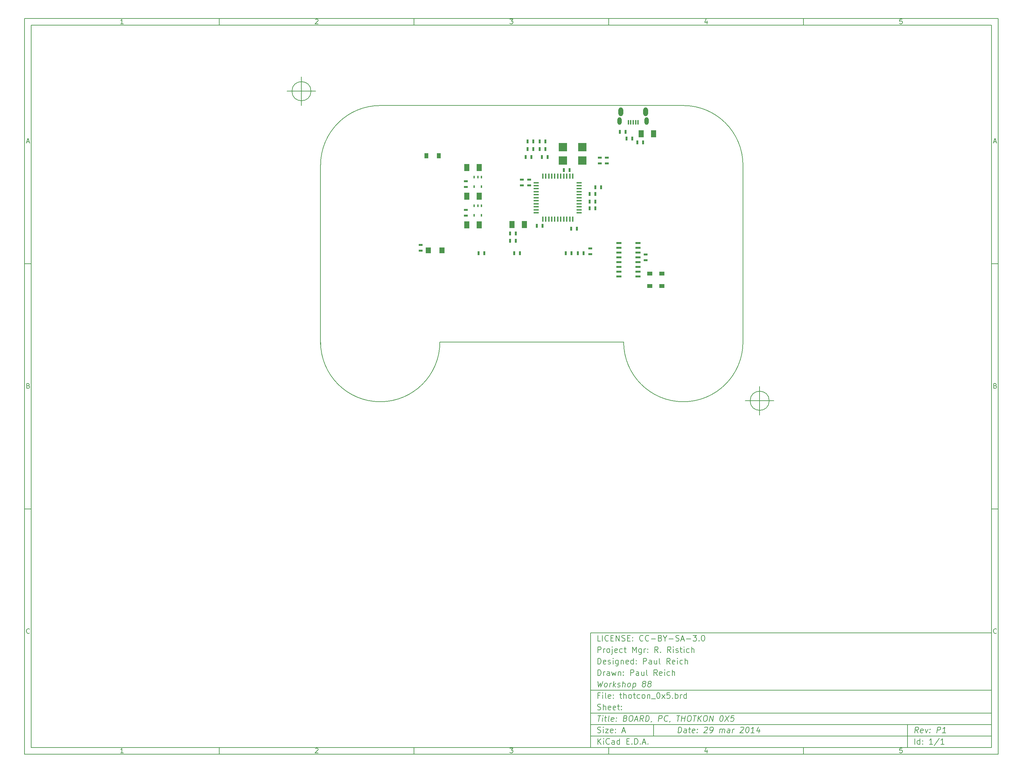
<source format=gtp>
G04 (created by PCBNEW (2013-dec-23)-stable) date Sat 29 Mar 2014 16:15:46 CDT*
%MOIN*%
G04 Gerber Fmt 3.4, Leading zero omitted, Abs format*
%FSLAX34Y34*%
G01*
G70*
G90*
G04 APERTURE LIST*
%ADD10C,0.00590551*%
%ADD11C,0.006*%
%ADD12R,0.0531496X0.0637795*%
%ADD13R,0.0141732X0.0478346*%
%ADD14O,0.0506693X0.0928346*%
%ADD15O,0.0446457X0.0800787*%
%ADD16R,0.0225X0.0405*%
%ADD17R,0.0405X0.0225*%
%ADD18R,0.0144X0.054*%
%ADD19R,0.054X0.0144*%
%ADD20R,0.018X0.027*%
%ADD21R,0.054X0.072*%
%ADD22R,0.0442913X0.0531496*%
%ADD23R,0.0531496X0.0442913*%
%ADD24R,0.0855X0.0855*%
%ADD25R,0.0531496X0.0212598*%
G04 APERTURE END LIST*
G54D10*
X-36650Y31000D02*
X65350Y31000D01*
X65350Y-46000D01*
X-36650Y-46000D01*
X-36650Y31000D01*
X-35950Y30300D02*
X64650Y30300D01*
X64650Y-45300D01*
X-35950Y-45300D01*
X-35950Y30300D01*
X-16250Y31000D02*
X-16250Y30300D01*
X-26307Y30447D02*
X-26592Y30447D01*
X-26450Y30447D02*
X-26450Y30947D01*
X-26497Y30876D01*
X-26545Y30828D01*
X-26592Y30804D01*
X-16250Y-46000D02*
X-16250Y-45300D01*
X-26307Y-45852D02*
X-26592Y-45852D01*
X-26450Y-45852D02*
X-26450Y-45352D01*
X-26497Y-45423D01*
X-26545Y-45471D01*
X-26592Y-45495D01*
X4150Y31000D02*
X4150Y30300D01*
X-6192Y30900D02*
X-6169Y30923D01*
X-6121Y30947D01*
X-6002Y30947D01*
X-5954Y30923D01*
X-5930Y30900D01*
X-5907Y30852D01*
X-5907Y30804D01*
X-5930Y30733D01*
X-6216Y30447D01*
X-5907Y30447D01*
X4150Y-46000D02*
X4150Y-45300D01*
X-6192Y-45400D02*
X-6169Y-45376D01*
X-6121Y-45352D01*
X-6002Y-45352D01*
X-5954Y-45376D01*
X-5930Y-45400D01*
X-5907Y-45447D01*
X-5907Y-45495D01*
X-5930Y-45566D01*
X-6216Y-45852D01*
X-5907Y-45852D01*
X24550Y31000D02*
X24550Y30300D01*
X14183Y30947D02*
X14492Y30947D01*
X14326Y30757D01*
X14397Y30757D01*
X14445Y30733D01*
X14469Y30709D01*
X14492Y30661D01*
X14492Y30542D01*
X14469Y30495D01*
X14445Y30471D01*
X14397Y30447D01*
X14254Y30447D01*
X14207Y30471D01*
X14183Y30495D01*
X24550Y-46000D02*
X24550Y-45300D01*
X14183Y-45352D02*
X14492Y-45352D01*
X14326Y-45542D01*
X14397Y-45542D01*
X14445Y-45566D01*
X14469Y-45590D01*
X14492Y-45638D01*
X14492Y-45757D01*
X14469Y-45804D01*
X14445Y-45828D01*
X14397Y-45852D01*
X14254Y-45852D01*
X14207Y-45828D01*
X14183Y-45804D01*
X44950Y31000D02*
X44950Y30300D01*
X34845Y30780D02*
X34845Y30447D01*
X34726Y30971D02*
X34607Y30614D01*
X34916Y30614D01*
X44950Y-46000D02*
X44950Y-45300D01*
X34845Y-45519D02*
X34845Y-45852D01*
X34726Y-45328D02*
X34607Y-45685D01*
X34916Y-45685D01*
X55269Y30947D02*
X55030Y30947D01*
X55007Y30709D01*
X55030Y30733D01*
X55078Y30757D01*
X55197Y30757D01*
X55245Y30733D01*
X55269Y30709D01*
X55292Y30661D01*
X55292Y30542D01*
X55269Y30495D01*
X55245Y30471D01*
X55197Y30447D01*
X55078Y30447D01*
X55030Y30471D01*
X55007Y30495D01*
X55269Y-45352D02*
X55030Y-45352D01*
X55007Y-45590D01*
X55030Y-45566D01*
X55078Y-45542D01*
X55197Y-45542D01*
X55245Y-45566D01*
X55269Y-45590D01*
X55292Y-45638D01*
X55292Y-45757D01*
X55269Y-45804D01*
X55245Y-45828D01*
X55197Y-45852D01*
X55078Y-45852D01*
X55030Y-45828D01*
X55007Y-45804D01*
X-36650Y5340D02*
X-35950Y5340D01*
X-36419Y18110D02*
X-36180Y18110D01*
X-36466Y17967D02*
X-36299Y18467D01*
X-36133Y17967D01*
X65350Y5340D02*
X64650Y5340D01*
X64880Y18110D02*
X65119Y18110D01*
X64833Y17967D02*
X65000Y18467D01*
X65166Y17967D01*
X-36650Y-20320D02*
X-35950Y-20320D01*
X-36264Y-7430D02*
X-36192Y-7454D01*
X-36169Y-7478D01*
X-36145Y-7525D01*
X-36145Y-7597D01*
X-36169Y-7644D01*
X-36192Y-7668D01*
X-36240Y-7692D01*
X-36430Y-7692D01*
X-36430Y-7192D01*
X-36264Y-7192D01*
X-36216Y-7216D01*
X-36192Y-7240D01*
X-36169Y-7287D01*
X-36169Y-7335D01*
X-36192Y-7382D01*
X-36216Y-7406D01*
X-36264Y-7430D01*
X-36430Y-7430D01*
X65350Y-20320D02*
X64650Y-20320D01*
X65035Y-7430D02*
X65107Y-7454D01*
X65130Y-7478D01*
X65154Y-7525D01*
X65154Y-7597D01*
X65130Y-7644D01*
X65107Y-7668D01*
X65059Y-7692D01*
X64869Y-7692D01*
X64869Y-7192D01*
X65035Y-7192D01*
X65083Y-7216D01*
X65107Y-7240D01*
X65130Y-7287D01*
X65130Y-7335D01*
X65107Y-7382D01*
X65083Y-7406D01*
X65035Y-7430D01*
X64869Y-7430D01*
X-36145Y-33304D02*
X-36169Y-33328D01*
X-36240Y-33352D01*
X-36288Y-33352D01*
X-36359Y-33328D01*
X-36407Y-33280D01*
X-36430Y-33233D01*
X-36454Y-33138D01*
X-36454Y-33066D01*
X-36430Y-32971D01*
X-36407Y-32923D01*
X-36359Y-32876D01*
X-36288Y-32852D01*
X-36240Y-32852D01*
X-36169Y-32876D01*
X-36145Y-32900D01*
X65154Y-33304D02*
X65130Y-33328D01*
X65059Y-33352D01*
X65011Y-33352D01*
X64940Y-33328D01*
X64892Y-33280D01*
X64869Y-33233D01*
X64845Y-33138D01*
X64845Y-33066D01*
X64869Y-32971D01*
X64892Y-32923D01*
X64940Y-32876D01*
X65011Y-32852D01*
X65059Y-32852D01*
X65130Y-32876D01*
X65154Y-32900D01*
X31800Y-43742D02*
X31875Y-43142D01*
X32017Y-43142D01*
X32100Y-43171D01*
X32150Y-43228D01*
X32171Y-43285D01*
X32185Y-43400D01*
X32175Y-43485D01*
X32132Y-43600D01*
X32096Y-43657D01*
X32032Y-43714D01*
X31942Y-43742D01*
X31800Y-43742D01*
X32657Y-43742D02*
X32696Y-43428D01*
X32675Y-43371D01*
X32621Y-43342D01*
X32507Y-43342D01*
X32446Y-43371D01*
X32660Y-43714D02*
X32600Y-43742D01*
X32457Y-43742D01*
X32403Y-43714D01*
X32382Y-43657D01*
X32389Y-43600D01*
X32425Y-43542D01*
X32485Y-43514D01*
X32628Y-43514D01*
X32689Y-43485D01*
X32907Y-43342D02*
X33135Y-43342D01*
X33017Y-43142D02*
X32953Y-43657D01*
X32975Y-43714D01*
X33028Y-43742D01*
X33085Y-43742D01*
X33517Y-43714D02*
X33457Y-43742D01*
X33342Y-43742D01*
X33289Y-43714D01*
X33267Y-43657D01*
X33296Y-43428D01*
X33332Y-43371D01*
X33392Y-43342D01*
X33507Y-43342D01*
X33560Y-43371D01*
X33582Y-43428D01*
X33575Y-43485D01*
X33282Y-43542D01*
X33807Y-43685D02*
X33832Y-43714D01*
X33800Y-43742D01*
X33775Y-43714D01*
X33807Y-43685D01*
X33800Y-43742D01*
X33846Y-43371D02*
X33871Y-43400D01*
X33839Y-43428D01*
X33814Y-43400D01*
X33846Y-43371D01*
X33839Y-43428D01*
X34582Y-43200D02*
X34614Y-43171D01*
X34675Y-43142D01*
X34817Y-43142D01*
X34871Y-43171D01*
X34896Y-43200D01*
X34917Y-43257D01*
X34910Y-43314D01*
X34871Y-43400D01*
X34485Y-43742D01*
X34857Y-43742D01*
X35142Y-43742D02*
X35257Y-43742D01*
X35317Y-43714D01*
X35350Y-43685D01*
X35417Y-43600D01*
X35460Y-43485D01*
X35489Y-43257D01*
X35467Y-43200D01*
X35442Y-43171D01*
X35389Y-43142D01*
X35275Y-43142D01*
X35214Y-43171D01*
X35182Y-43200D01*
X35146Y-43257D01*
X35128Y-43400D01*
X35150Y-43457D01*
X35175Y-43485D01*
X35228Y-43514D01*
X35342Y-43514D01*
X35403Y-43485D01*
X35435Y-43457D01*
X35471Y-43400D01*
X36142Y-43742D02*
X36192Y-43342D01*
X36185Y-43400D02*
X36217Y-43371D01*
X36278Y-43342D01*
X36364Y-43342D01*
X36417Y-43371D01*
X36439Y-43428D01*
X36400Y-43742D01*
X36439Y-43428D02*
X36475Y-43371D01*
X36535Y-43342D01*
X36621Y-43342D01*
X36675Y-43371D01*
X36696Y-43428D01*
X36657Y-43742D01*
X37200Y-43742D02*
X37239Y-43428D01*
X37217Y-43371D01*
X37164Y-43342D01*
X37050Y-43342D01*
X36989Y-43371D01*
X37203Y-43714D02*
X37142Y-43742D01*
X37000Y-43742D01*
X36946Y-43714D01*
X36925Y-43657D01*
X36932Y-43600D01*
X36967Y-43542D01*
X37028Y-43514D01*
X37171Y-43514D01*
X37232Y-43485D01*
X37485Y-43742D02*
X37535Y-43342D01*
X37521Y-43457D02*
X37557Y-43400D01*
X37589Y-43371D01*
X37650Y-43342D01*
X37707Y-43342D01*
X38353Y-43200D02*
X38385Y-43171D01*
X38446Y-43142D01*
X38589Y-43142D01*
X38642Y-43171D01*
X38667Y-43200D01*
X38689Y-43257D01*
X38682Y-43314D01*
X38642Y-43400D01*
X38257Y-43742D01*
X38628Y-43742D01*
X39075Y-43142D02*
X39132Y-43142D01*
X39185Y-43171D01*
X39210Y-43200D01*
X39232Y-43257D01*
X39246Y-43371D01*
X39228Y-43514D01*
X39185Y-43628D01*
X39150Y-43685D01*
X39117Y-43714D01*
X39057Y-43742D01*
X39000Y-43742D01*
X38946Y-43714D01*
X38921Y-43685D01*
X38900Y-43628D01*
X38885Y-43514D01*
X38903Y-43371D01*
X38946Y-43257D01*
X38982Y-43200D01*
X39014Y-43171D01*
X39075Y-43142D01*
X39771Y-43742D02*
X39428Y-43742D01*
X39600Y-43742D02*
X39675Y-43142D01*
X39607Y-43228D01*
X39542Y-43285D01*
X39482Y-43314D01*
X40335Y-43342D02*
X40285Y-43742D01*
X40221Y-43114D02*
X40025Y-43542D01*
X40396Y-43542D01*
X23392Y-44942D02*
X23392Y-44342D01*
X23735Y-44942D02*
X23478Y-44600D01*
X23735Y-44342D02*
X23392Y-44685D01*
X23992Y-44942D02*
X23992Y-44542D01*
X23992Y-44342D02*
X23964Y-44371D01*
X23992Y-44400D01*
X24021Y-44371D01*
X23992Y-44342D01*
X23992Y-44400D01*
X24621Y-44885D02*
X24592Y-44914D01*
X24507Y-44942D01*
X24450Y-44942D01*
X24364Y-44914D01*
X24307Y-44857D01*
X24278Y-44800D01*
X24250Y-44685D01*
X24250Y-44600D01*
X24278Y-44485D01*
X24307Y-44428D01*
X24364Y-44371D01*
X24450Y-44342D01*
X24507Y-44342D01*
X24592Y-44371D01*
X24621Y-44400D01*
X25135Y-44942D02*
X25135Y-44628D01*
X25107Y-44571D01*
X25050Y-44542D01*
X24935Y-44542D01*
X24878Y-44571D01*
X25135Y-44914D02*
X25078Y-44942D01*
X24935Y-44942D01*
X24878Y-44914D01*
X24850Y-44857D01*
X24850Y-44800D01*
X24878Y-44742D01*
X24935Y-44714D01*
X25078Y-44714D01*
X25135Y-44685D01*
X25678Y-44942D02*
X25678Y-44342D01*
X25678Y-44914D02*
X25621Y-44942D01*
X25507Y-44942D01*
X25450Y-44914D01*
X25421Y-44885D01*
X25392Y-44828D01*
X25392Y-44657D01*
X25421Y-44600D01*
X25450Y-44571D01*
X25507Y-44542D01*
X25621Y-44542D01*
X25678Y-44571D01*
X26421Y-44628D02*
X26621Y-44628D01*
X26707Y-44942D02*
X26421Y-44942D01*
X26421Y-44342D01*
X26707Y-44342D01*
X26964Y-44885D02*
X26992Y-44914D01*
X26964Y-44942D01*
X26935Y-44914D01*
X26964Y-44885D01*
X26964Y-44942D01*
X27249Y-44942D02*
X27249Y-44342D01*
X27392Y-44342D01*
X27478Y-44371D01*
X27535Y-44428D01*
X27564Y-44485D01*
X27592Y-44600D01*
X27592Y-44685D01*
X27564Y-44800D01*
X27535Y-44857D01*
X27478Y-44914D01*
X27392Y-44942D01*
X27249Y-44942D01*
X27849Y-44885D02*
X27878Y-44914D01*
X27849Y-44942D01*
X27821Y-44914D01*
X27849Y-44885D01*
X27849Y-44942D01*
X28107Y-44771D02*
X28392Y-44771D01*
X28049Y-44942D02*
X28249Y-44342D01*
X28449Y-44942D01*
X28649Y-44885D02*
X28678Y-44914D01*
X28649Y-44942D01*
X28621Y-44914D01*
X28649Y-44885D01*
X28649Y-44942D01*
X56942Y-43742D02*
X56778Y-43457D01*
X56600Y-43742D02*
X56675Y-43142D01*
X56903Y-43142D01*
X56957Y-43171D01*
X56982Y-43200D01*
X57003Y-43257D01*
X56992Y-43342D01*
X56957Y-43400D01*
X56925Y-43428D01*
X56864Y-43457D01*
X56635Y-43457D01*
X57432Y-43714D02*
X57371Y-43742D01*
X57257Y-43742D01*
X57203Y-43714D01*
X57182Y-43657D01*
X57210Y-43428D01*
X57246Y-43371D01*
X57307Y-43342D01*
X57421Y-43342D01*
X57475Y-43371D01*
X57496Y-43428D01*
X57489Y-43485D01*
X57196Y-43542D01*
X57707Y-43342D02*
X57800Y-43742D01*
X57992Y-43342D01*
X58178Y-43685D02*
X58203Y-43714D01*
X58171Y-43742D01*
X58146Y-43714D01*
X58178Y-43685D01*
X58171Y-43742D01*
X58217Y-43371D02*
X58242Y-43400D01*
X58210Y-43428D01*
X58185Y-43400D01*
X58217Y-43371D01*
X58210Y-43428D01*
X58914Y-43742D02*
X58989Y-43142D01*
X59217Y-43142D01*
X59271Y-43171D01*
X59296Y-43200D01*
X59317Y-43257D01*
X59307Y-43342D01*
X59271Y-43400D01*
X59239Y-43428D01*
X59178Y-43457D01*
X58950Y-43457D01*
X59828Y-43742D02*
X59485Y-43742D01*
X59657Y-43742D02*
X59732Y-43142D01*
X59664Y-43228D01*
X59600Y-43285D01*
X59539Y-43314D01*
X23364Y-43714D02*
X23450Y-43742D01*
X23592Y-43742D01*
X23650Y-43714D01*
X23678Y-43685D01*
X23707Y-43628D01*
X23707Y-43571D01*
X23678Y-43514D01*
X23650Y-43485D01*
X23592Y-43457D01*
X23478Y-43428D01*
X23421Y-43400D01*
X23392Y-43371D01*
X23364Y-43314D01*
X23364Y-43257D01*
X23392Y-43200D01*
X23421Y-43171D01*
X23478Y-43142D01*
X23621Y-43142D01*
X23707Y-43171D01*
X23964Y-43742D02*
X23964Y-43342D01*
X23964Y-43142D02*
X23935Y-43171D01*
X23964Y-43200D01*
X23992Y-43171D01*
X23964Y-43142D01*
X23964Y-43200D01*
X24192Y-43342D02*
X24507Y-43342D01*
X24192Y-43742D01*
X24507Y-43742D01*
X24964Y-43714D02*
X24907Y-43742D01*
X24792Y-43742D01*
X24735Y-43714D01*
X24707Y-43657D01*
X24707Y-43428D01*
X24735Y-43371D01*
X24792Y-43342D01*
X24907Y-43342D01*
X24964Y-43371D01*
X24992Y-43428D01*
X24992Y-43485D01*
X24707Y-43542D01*
X25250Y-43685D02*
X25278Y-43714D01*
X25250Y-43742D01*
X25221Y-43714D01*
X25250Y-43685D01*
X25250Y-43742D01*
X25250Y-43371D02*
X25278Y-43400D01*
X25250Y-43428D01*
X25221Y-43400D01*
X25250Y-43371D01*
X25250Y-43428D01*
X25964Y-43571D02*
X26250Y-43571D01*
X25907Y-43742D02*
X26107Y-43142D01*
X26307Y-43742D01*
X56592Y-44942D02*
X56592Y-44342D01*
X57135Y-44942D02*
X57135Y-44342D01*
X57135Y-44914D02*
X57078Y-44942D01*
X56964Y-44942D01*
X56907Y-44914D01*
X56878Y-44885D01*
X56850Y-44828D01*
X56850Y-44657D01*
X56878Y-44600D01*
X56907Y-44571D01*
X56964Y-44542D01*
X57078Y-44542D01*
X57135Y-44571D01*
X57421Y-44885D02*
X57450Y-44914D01*
X57421Y-44942D01*
X57392Y-44914D01*
X57421Y-44885D01*
X57421Y-44942D01*
X57421Y-44571D02*
X57450Y-44600D01*
X57421Y-44628D01*
X57392Y-44600D01*
X57421Y-44571D01*
X57421Y-44628D01*
X58478Y-44942D02*
X58135Y-44942D01*
X58307Y-44942D02*
X58307Y-44342D01*
X58249Y-44428D01*
X58192Y-44485D01*
X58135Y-44514D01*
X59164Y-44314D02*
X58650Y-45085D01*
X59678Y-44942D02*
X59335Y-44942D01*
X59507Y-44942D02*
X59507Y-44342D01*
X59449Y-44428D01*
X59392Y-44485D01*
X59335Y-44514D01*
X23389Y-41942D02*
X23732Y-41942D01*
X23485Y-42542D02*
X23560Y-41942D01*
X23857Y-42542D02*
X23907Y-42142D01*
X23932Y-41942D02*
X23900Y-41971D01*
X23925Y-42000D01*
X23957Y-41971D01*
X23932Y-41942D01*
X23925Y-42000D01*
X24107Y-42142D02*
X24335Y-42142D01*
X24217Y-41942D02*
X24153Y-42457D01*
X24175Y-42514D01*
X24228Y-42542D01*
X24285Y-42542D01*
X24571Y-42542D02*
X24517Y-42514D01*
X24496Y-42457D01*
X24560Y-41942D01*
X25032Y-42514D02*
X24971Y-42542D01*
X24857Y-42542D01*
X24803Y-42514D01*
X24782Y-42457D01*
X24810Y-42228D01*
X24846Y-42171D01*
X24907Y-42142D01*
X25021Y-42142D01*
X25075Y-42171D01*
X25096Y-42228D01*
X25089Y-42285D01*
X24796Y-42342D01*
X25321Y-42485D02*
X25346Y-42514D01*
X25314Y-42542D01*
X25289Y-42514D01*
X25321Y-42485D01*
X25314Y-42542D01*
X25360Y-42171D02*
X25385Y-42200D01*
X25353Y-42228D01*
X25328Y-42200D01*
X25360Y-42171D01*
X25353Y-42228D01*
X26296Y-42228D02*
X26378Y-42257D01*
X26403Y-42285D01*
X26425Y-42342D01*
X26414Y-42428D01*
X26378Y-42485D01*
X26346Y-42514D01*
X26285Y-42542D01*
X26057Y-42542D01*
X26132Y-41942D01*
X26332Y-41942D01*
X26385Y-41971D01*
X26410Y-42000D01*
X26432Y-42057D01*
X26425Y-42114D01*
X26389Y-42171D01*
X26357Y-42200D01*
X26296Y-42228D01*
X26096Y-42228D01*
X26846Y-41942D02*
X26960Y-41942D01*
X27014Y-41971D01*
X27064Y-42028D01*
X27078Y-42142D01*
X27053Y-42342D01*
X27010Y-42457D01*
X26946Y-42514D01*
X26885Y-42542D01*
X26771Y-42542D01*
X26717Y-42514D01*
X26667Y-42457D01*
X26653Y-42342D01*
X26678Y-42142D01*
X26721Y-42028D01*
X26785Y-41971D01*
X26846Y-41942D01*
X27278Y-42371D02*
X27564Y-42371D01*
X27200Y-42542D02*
X27475Y-41942D01*
X27600Y-42542D01*
X28142Y-42542D02*
X27978Y-42257D01*
X27800Y-42542D02*
X27875Y-41942D01*
X28103Y-41942D01*
X28157Y-41971D01*
X28182Y-42000D01*
X28203Y-42057D01*
X28192Y-42142D01*
X28157Y-42200D01*
X28125Y-42228D01*
X28064Y-42257D01*
X27835Y-42257D01*
X28400Y-42542D02*
X28475Y-41942D01*
X28617Y-41942D01*
X28700Y-41971D01*
X28750Y-42028D01*
X28771Y-42085D01*
X28785Y-42200D01*
X28775Y-42285D01*
X28732Y-42400D01*
X28696Y-42457D01*
X28632Y-42514D01*
X28542Y-42542D01*
X28400Y-42542D01*
X29032Y-42514D02*
X29028Y-42542D01*
X28992Y-42600D01*
X28960Y-42628D01*
X29742Y-42542D02*
X29817Y-41942D01*
X30046Y-41942D01*
X30099Y-41971D01*
X30125Y-42000D01*
X30146Y-42057D01*
X30135Y-42142D01*
X30100Y-42200D01*
X30067Y-42228D01*
X30007Y-42257D01*
X29778Y-42257D01*
X30692Y-42485D02*
X30660Y-42514D01*
X30571Y-42542D01*
X30514Y-42542D01*
X30432Y-42514D01*
X30382Y-42457D01*
X30360Y-42400D01*
X30346Y-42285D01*
X30357Y-42200D01*
X30400Y-42085D01*
X30435Y-42028D01*
X30499Y-41971D01*
X30589Y-41942D01*
X30646Y-41942D01*
X30728Y-41971D01*
X30753Y-42000D01*
X30975Y-42514D02*
X30971Y-42542D01*
X30935Y-42600D01*
X30903Y-42628D01*
X31675Y-41942D02*
X32017Y-41942D01*
X31771Y-42542D02*
X31846Y-41942D01*
X32142Y-42542D02*
X32217Y-41942D01*
X32182Y-42228D02*
X32525Y-42228D01*
X32485Y-42542D02*
X32560Y-41942D01*
X32960Y-41942D02*
X33075Y-41942D01*
X33128Y-41971D01*
X33178Y-42028D01*
X33192Y-42142D01*
X33167Y-42342D01*
X33124Y-42457D01*
X33060Y-42514D01*
X33000Y-42542D01*
X32885Y-42542D01*
X32832Y-42514D01*
X32782Y-42457D01*
X32767Y-42342D01*
X32792Y-42142D01*
X32835Y-42028D01*
X32899Y-41971D01*
X32960Y-41942D01*
X33389Y-41942D02*
X33732Y-41942D01*
X33485Y-42542D02*
X33560Y-41942D01*
X33857Y-42542D02*
X33932Y-41942D01*
X34199Y-42542D02*
X33985Y-42200D01*
X34274Y-41942D02*
X33889Y-42285D01*
X34646Y-41942D02*
X34760Y-41942D01*
X34814Y-41971D01*
X34864Y-42028D01*
X34878Y-42142D01*
X34853Y-42342D01*
X34810Y-42457D01*
X34746Y-42514D01*
X34685Y-42542D01*
X34571Y-42542D01*
X34517Y-42514D01*
X34467Y-42457D01*
X34453Y-42342D01*
X34478Y-42142D01*
X34521Y-42028D01*
X34585Y-41971D01*
X34646Y-41942D01*
X35085Y-42542D02*
X35160Y-41942D01*
X35428Y-42542D01*
X35503Y-41942D01*
X36360Y-41942D02*
X36417Y-41942D01*
X36471Y-41971D01*
X36496Y-42000D01*
X36517Y-42057D01*
X36532Y-42171D01*
X36514Y-42314D01*
X36471Y-42428D01*
X36435Y-42485D01*
X36403Y-42514D01*
X36342Y-42542D01*
X36285Y-42542D01*
X36232Y-42514D01*
X36207Y-42485D01*
X36185Y-42428D01*
X36171Y-42314D01*
X36189Y-42171D01*
X36232Y-42057D01*
X36267Y-42000D01*
X36299Y-41971D01*
X36360Y-41942D01*
X36760Y-41942D02*
X37085Y-42542D01*
X37160Y-41942D02*
X36685Y-42542D01*
X37674Y-41942D02*
X37389Y-41942D01*
X37325Y-42228D01*
X37357Y-42200D01*
X37417Y-42171D01*
X37560Y-42171D01*
X37614Y-42200D01*
X37639Y-42228D01*
X37660Y-42285D01*
X37642Y-42428D01*
X37607Y-42485D01*
X37574Y-42514D01*
X37514Y-42542D01*
X37371Y-42542D01*
X37317Y-42514D01*
X37292Y-42485D01*
X23592Y-39828D02*
X23392Y-39828D01*
X23392Y-40142D02*
X23392Y-39542D01*
X23678Y-39542D01*
X23907Y-40142D02*
X23907Y-39742D01*
X23907Y-39542D02*
X23878Y-39571D01*
X23907Y-39600D01*
X23935Y-39571D01*
X23907Y-39542D01*
X23907Y-39600D01*
X24278Y-40142D02*
X24221Y-40114D01*
X24192Y-40057D01*
X24192Y-39542D01*
X24735Y-40114D02*
X24678Y-40142D01*
X24564Y-40142D01*
X24507Y-40114D01*
X24478Y-40057D01*
X24478Y-39828D01*
X24507Y-39771D01*
X24564Y-39742D01*
X24678Y-39742D01*
X24735Y-39771D01*
X24764Y-39828D01*
X24764Y-39885D01*
X24478Y-39942D01*
X25021Y-40085D02*
X25050Y-40114D01*
X25021Y-40142D01*
X24992Y-40114D01*
X25021Y-40085D01*
X25021Y-40142D01*
X25021Y-39771D02*
X25050Y-39800D01*
X25021Y-39828D01*
X24992Y-39800D01*
X25021Y-39771D01*
X25021Y-39828D01*
X25678Y-39742D02*
X25907Y-39742D01*
X25764Y-39542D02*
X25764Y-40057D01*
X25792Y-40114D01*
X25850Y-40142D01*
X25907Y-40142D01*
X26107Y-40142D02*
X26107Y-39542D01*
X26364Y-40142D02*
X26364Y-39828D01*
X26335Y-39771D01*
X26278Y-39742D01*
X26192Y-39742D01*
X26135Y-39771D01*
X26107Y-39800D01*
X26735Y-40142D02*
X26678Y-40114D01*
X26650Y-40085D01*
X26621Y-40028D01*
X26621Y-39857D01*
X26650Y-39800D01*
X26678Y-39771D01*
X26735Y-39742D01*
X26821Y-39742D01*
X26878Y-39771D01*
X26907Y-39800D01*
X26935Y-39857D01*
X26935Y-40028D01*
X26907Y-40085D01*
X26878Y-40114D01*
X26821Y-40142D01*
X26735Y-40142D01*
X27107Y-39742D02*
X27335Y-39742D01*
X27192Y-39542D02*
X27192Y-40057D01*
X27221Y-40114D01*
X27278Y-40142D01*
X27335Y-40142D01*
X27792Y-40114D02*
X27735Y-40142D01*
X27621Y-40142D01*
X27564Y-40114D01*
X27535Y-40085D01*
X27507Y-40028D01*
X27507Y-39857D01*
X27535Y-39800D01*
X27564Y-39771D01*
X27621Y-39742D01*
X27735Y-39742D01*
X27792Y-39771D01*
X28135Y-40142D02*
X28078Y-40114D01*
X28050Y-40085D01*
X28021Y-40028D01*
X28021Y-39857D01*
X28050Y-39800D01*
X28078Y-39771D01*
X28135Y-39742D01*
X28221Y-39742D01*
X28278Y-39771D01*
X28307Y-39800D01*
X28335Y-39857D01*
X28335Y-40028D01*
X28307Y-40085D01*
X28278Y-40114D01*
X28221Y-40142D01*
X28135Y-40142D01*
X28592Y-39742D02*
X28592Y-40142D01*
X28592Y-39800D02*
X28621Y-39771D01*
X28678Y-39742D01*
X28764Y-39742D01*
X28821Y-39771D01*
X28850Y-39828D01*
X28850Y-40142D01*
X28992Y-40200D02*
X29450Y-40200D01*
X29707Y-39542D02*
X29764Y-39542D01*
X29821Y-39571D01*
X29850Y-39600D01*
X29878Y-39657D01*
X29907Y-39771D01*
X29907Y-39914D01*
X29878Y-40028D01*
X29850Y-40085D01*
X29821Y-40114D01*
X29764Y-40142D01*
X29707Y-40142D01*
X29650Y-40114D01*
X29621Y-40085D01*
X29592Y-40028D01*
X29564Y-39914D01*
X29564Y-39771D01*
X29592Y-39657D01*
X29621Y-39600D01*
X29650Y-39571D01*
X29707Y-39542D01*
X30107Y-40142D02*
X30421Y-39742D01*
X30107Y-39742D02*
X30421Y-40142D01*
X30935Y-39542D02*
X30650Y-39542D01*
X30621Y-39828D01*
X30650Y-39800D01*
X30707Y-39771D01*
X30850Y-39771D01*
X30907Y-39800D01*
X30935Y-39828D01*
X30964Y-39885D01*
X30964Y-40028D01*
X30935Y-40085D01*
X30907Y-40114D01*
X30850Y-40142D01*
X30707Y-40142D01*
X30650Y-40114D01*
X30621Y-40085D01*
X31221Y-40085D02*
X31250Y-40114D01*
X31221Y-40142D01*
X31192Y-40114D01*
X31221Y-40085D01*
X31221Y-40142D01*
X31507Y-40142D02*
X31507Y-39542D01*
X31507Y-39771D02*
X31564Y-39742D01*
X31678Y-39742D01*
X31735Y-39771D01*
X31764Y-39800D01*
X31792Y-39857D01*
X31792Y-40028D01*
X31764Y-40085D01*
X31735Y-40114D01*
X31678Y-40142D01*
X31564Y-40142D01*
X31507Y-40114D01*
X32050Y-40142D02*
X32050Y-39742D01*
X32050Y-39857D02*
X32078Y-39800D01*
X32107Y-39771D01*
X32164Y-39742D01*
X32221Y-39742D01*
X32678Y-40142D02*
X32678Y-39542D01*
X32678Y-40114D02*
X32621Y-40142D01*
X32507Y-40142D01*
X32450Y-40114D01*
X32421Y-40085D01*
X32392Y-40028D01*
X32392Y-39857D01*
X32421Y-39800D01*
X32450Y-39771D01*
X32507Y-39742D01*
X32621Y-39742D01*
X32678Y-39771D01*
X23364Y-41314D02*
X23450Y-41342D01*
X23592Y-41342D01*
X23650Y-41314D01*
X23678Y-41285D01*
X23707Y-41228D01*
X23707Y-41171D01*
X23678Y-41114D01*
X23650Y-41085D01*
X23592Y-41057D01*
X23478Y-41028D01*
X23421Y-41000D01*
X23392Y-40971D01*
X23364Y-40914D01*
X23364Y-40857D01*
X23392Y-40800D01*
X23421Y-40771D01*
X23478Y-40742D01*
X23621Y-40742D01*
X23707Y-40771D01*
X23964Y-41342D02*
X23964Y-40742D01*
X24221Y-41342D02*
X24221Y-41028D01*
X24192Y-40971D01*
X24135Y-40942D01*
X24050Y-40942D01*
X23992Y-40971D01*
X23964Y-41000D01*
X24735Y-41314D02*
X24678Y-41342D01*
X24564Y-41342D01*
X24507Y-41314D01*
X24478Y-41257D01*
X24478Y-41028D01*
X24507Y-40971D01*
X24564Y-40942D01*
X24678Y-40942D01*
X24735Y-40971D01*
X24764Y-41028D01*
X24764Y-41085D01*
X24478Y-41142D01*
X25250Y-41314D02*
X25192Y-41342D01*
X25078Y-41342D01*
X25021Y-41314D01*
X24992Y-41257D01*
X24992Y-41028D01*
X25021Y-40971D01*
X25078Y-40942D01*
X25192Y-40942D01*
X25250Y-40971D01*
X25278Y-41028D01*
X25278Y-41085D01*
X24992Y-41142D01*
X25450Y-40942D02*
X25678Y-40942D01*
X25535Y-40742D02*
X25535Y-41257D01*
X25564Y-41314D01*
X25621Y-41342D01*
X25678Y-41342D01*
X25878Y-41285D02*
X25907Y-41314D01*
X25878Y-41342D01*
X25850Y-41314D01*
X25878Y-41285D01*
X25878Y-41342D01*
X25878Y-40971D02*
X25907Y-41000D01*
X25878Y-41028D01*
X25850Y-41000D01*
X25878Y-40971D01*
X25878Y-41028D01*
X23417Y-38342D02*
X23485Y-38942D01*
X23653Y-38514D01*
X23714Y-38942D01*
X23932Y-38342D01*
X24171Y-38942D02*
X24117Y-38914D01*
X24092Y-38885D01*
X24071Y-38828D01*
X24092Y-38657D01*
X24128Y-38600D01*
X24160Y-38571D01*
X24221Y-38542D01*
X24307Y-38542D01*
X24360Y-38571D01*
X24385Y-38600D01*
X24407Y-38657D01*
X24385Y-38828D01*
X24350Y-38885D01*
X24317Y-38914D01*
X24257Y-38942D01*
X24171Y-38942D01*
X24628Y-38942D02*
X24678Y-38542D01*
X24664Y-38657D02*
X24700Y-38600D01*
X24732Y-38571D01*
X24792Y-38542D01*
X24850Y-38542D01*
X25000Y-38942D02*
X25075Y-38342D01*
X25085Y-38714D02*
X25228Y-38942D01*
X25278Y-38542D02*
X25021Y-38771D01*
X25460Y-38914D02*
X25514Y-38942D01*
X25628Y-38942D01*
X25689Y-38914D01*
X25725Y-38857D01*
X25728Y-38828D01*
X25707Y-38771D01*
X25653Y-38742D01*
X25567Y-38742D01*
X25514Y-38714D01*
X25492Y-38657D01*
X25496Y-38628D01*
X25532Y-38571D01*
X25592Y-38542D01*
X25678Y-38542D01*
X25732Y-38571D01*
X25971Y-38942D02*
X26046Y-38342D01*
X26228Y-38942D02*
X26267Y-38628D01*
X26246Y-38571D01*
X26192Y-38542D01*
X26107Y-38542D01*
X26046Y-38571D01*
X26014Y-38600D01*
X26599Y-38942D02*
X26546Y-38914D01*
X26521Y-38885D01*
X26500Y-38828D01*
X26521Y-38657D01*
X26557Y-38600D01*
X26589Y-38571D01*
X26649Y-38542D01*
X26735Y-38542D01*
X26789Y-38571D01*
X26814Y-38600D01*
X26835Y-38657D01*
X26814Y-38828D01*
X26778Y-38885D01*
X26746Y-38914D01*
X26685Y-38942D01*
X26599Y-38942D01*
X27107Y-38542D02*
X27032Y-39142D01*
X27103Y-38571D02*
X27164Y-38542D01*
X27278Y-38542D01*
X27332Y-38571D01*
X27357Y-38600D01*
X27378Y-38657D01*
X27357Y-38828D01*
X27321Y-38885D01*
X27289Y-38914D01*
X27228Y-38942D01*
X27114Y-38942D01*
X27060Y-38914D01*
X28185Y-38600D02*
X28132Y-38571D01*
X28107Y-38542D01*
X28085Y-38485D01*
X28089Y-38457D01*
X28124Y-38400D01*
X28157Y-38371D01*
X28217Y-38342D01*
X28332Y-38342D01*
X28385Y-38371D01*
X28410Y-38400D01*
X28432Y-38457D01*
X28428Y-38485D01*
X28392Y-38542D01*
X28360Y-38571D01*
X28299Y-38600D01*
X28185Y-38600D01*
X28125Y-38628D01*
X28092Y-38657D01*
X28057Y-38714D01*
X28042Y-38828D01*
X28064Y-38885D01*
X28089Y-38914D01*
X28142Y-38942D01*
X28257Y-38942D01*
X28317Y-38914D01*
X28349Y-38885D01*
X28385Y-38828D01*
X28399Y-38714D01*
X28378Y-38657D01*
X28353Y-38628D01*
X28299Y-38600D01*
X28757Y-38600D02*
X28703Y-38571D01*
X28678Y-38542D01*
X28657Y-38485D01*
X28660Y-38457D01*
X28696Y-38400D01*
X28728Y-38371D01*
X28789Y-38342D01*
X28903Y-38342D01*
X28957Y-38371D01*
X28982Y-38400D01*
X29003Y-38457D01*
X29000Y-38485D01*
X28964Y-38542D01*
X28932Y-38571D01*
X28871Y-38600D01*
X28757Y-38600D01*
X28696Y-38628D01*
X28664Y-38657D01*
X28628Y-38714D01*
X28614Y-38828D01*
X28635Y-38885D01*
X28660Y-38914D01*
X28714Y-38942D01*
X28828Y-38942D01*
X28889Y-38914D01*
X28921Y-38885D01*
X28957Y-38828D01*
X28971Y-38714D01*
X28949Y-38657D01*
X28925Y-38628D01*
X28871Y-38600D01*
X23392Y-37742D02*
X23392Y-37142D01*
X23535Y-37142D01*
X23621Y-37171D01*
X23678Y-37228D01*
X23707Y-37285D01*
X23735Y-37400D01*
X23735Y-37485D01*
X23707Y-37600D01*
X23678Y-37657D01*
X23621Y-37714D01*
X23535Y-37742D01*
X23392Y-37742D01*
X23992Y-37742D02*
X23992Y-37342D01*
X23992Y-37457D02*
X24021Y-37400D01*
X24050Y-37371D01*
X24107Y-37342D01*
X24164Y-37342D01*
X24621Y-37742D02*
X24621Y-37428D01*
X24592Y-37371D01*
X24535Y-37342D01*
X24421Y-37342D01*
X24364Y-37371D01*
X24621Y-37714D02*
X24564Y-37742D01*
X24421Y-37742D01*
X24364Y-37714D01*
X24335Y-37657D01*
X24335Y-37600D01*
X24364Y-37542D01*
X24421Y-37514D01*
X24564Y-37514D01*
X24621Y-37485D01*
X24850Y-37342D02*
X24964Y-37742D01*
X25078Y-37457D01*
X25192Y-37742D01*
X25307Y-37342D01*
X25535Y-37342D02*
X25535Y-37742D01*
X25535Y-37400D02*
X25564Y-37371D01*
X25621Y-37342D01*
X25707Y-37342D01*
X25764Y-37371D01*
X25792Y-37428D01*
X25792Y-37742D01*
X26078Y-37685D02*
X26107Y-37714D01*
X26078Y-37742D01*
X26050Y-37714D01*
X26078Y-37685D01*
X26078Y-37742D01*
X26078Y-37371D02*
X26107Y-37400D01*
X26078Y-37428D01*
X26050Y-37400D01*
X26078Y-37371D01*
X26078Y-37428D01*
X26821Y-37742D02*
X26821Y-37142D01*
X27050Y-37142D01*
X27107Y-37171D01*
X27135Y-37200D01*
X27164Y-37257D01*
X27164Y-37342D01*
X27135Y-37400D01*
X27107Y-37428D01*
X27050Y-37457D01*
X26821Y-37457D01*
X27678Y-37742D02*
X27678Y-37428D01*
X27650Y-37371D01*
X27592Y-37342D01*
X27478Y-37342D01*
X27421Y-37371D01*
X27678Y-37714D02*
X27621Y-37742D01*
X27478Y-37742D01*
X27421Y-37714D01*
X27392Y-37657D01*
X27392Y-37600D01*
X27421Y-37542D01*
X27478Y-37514D01*
X27621Y-37514D01*
X27678Y-37485D01*
X28221Y-37342D02*
X28221Y-37742D01*
X27964Y-37342D02*
X27964Y-37657D01*
X27992Y-37714D01*
X28049Y-37742D01*
X28135Y-37742D01*
X28192Y-37714D01*
X28221Y-37685D01*
X28592Y-37742D02*
X28535Y-37714D01*
X28507Y-37657D01*
X28507Y-37142D01*
X29621Y-37742D02*
X29421Y-37457D01*
X29278Y-37742D02*
X29278Y-37142D01*
X29507Y-37142D01*
X29564Y-37171D01*
X29592Y-37200D01*
X29621Y-37257D01*
X29621Y-37342D01*
X29592Y-37400D01*
X29564Y-37428D01*
X29507Y-37457D01*
X29278Y-37457D01*
X30107Y-37714D02*
X30050Y-37742D01*
X29935Y-37742D01*
X29878Y-37714D01*
X29850Y-37657D01*
X29850Y-37428D01*
X29878Y-37371D01*
X29935Y-37342D01*
X30050Y-37342D01*
X30107Y-37371D01*
X30135Y-37428D01*
X30135Y-37485D01*
X29850Y-37542D01*
X30392Y-37742D02*
X30392Y-37342D01*
X30392Y-37142D02*
X30364Y-37171D01*
X30392Y-37200D01*
X30421Y-37171D01*
X30392Y-37142D01*
X30392Y-37200D01*
X30935Y-37714D02*
X30878Y-37742D01*
X30764Y-37742D01*
X30707Y-37714D01*
X30678Y-37685D01*
X30650Y-37628D01*
X30650Y-37457D01*
X30678Y-37400D01*
X30707Y-37371D01*
X30764Y-37342D01*
X30878Y-37342D01*
X30935Y-37371D01*
X31192Y-37742D02*
X31192Y-37142D01*
X31450Y-37742D02*
X31450Y-37428D01*
X31421Y-37371D01*
X31364Y-37342D01*
X31278Y-37342D01*
X31221Y-37371D01*
X31192Y-37400D01*
X23392Y-36542D02*
X23392Y-35942D01*
X23535Y-35942D01*
X23621Y-35971D01*
X23678Y-36028D01*
X23707Y-36085D01*
X23735Y-36200D01*
X23735Y-36285D01*
X23707Y-36400D01*
X23678Y-36457D01*
X23621Y-36514D01*
X23535Y-36542D01*
X23392Y-36542D01*
X24221Y-36514D02*
X24164Y-36542D01*
X24050Y-36542D01*
X23992Y-36514D01*
X23964Y-36457D01*
X23964Y-36228D01*
X23992Y-36171D01*
X24050Y-36142D01*
X24164Y-36142D01*
X24221Y-36171D01*
X24250Y-36228D01*
X24250Y-36285D01*
X23964Y-36342D01*
X24478Y-36514D02*
X24535Y-36542D01*
X24650Y-36542D01*
X24707Y-36514D01*
X24735Y-36457D01*
X24735Y-36428D01*
X24707Y-36371D01*
X24650Y-36342D01*
X24564Y-36342D01*
X24507Y-36314D01*
X24478Y-36257D01*
X24478Y-36228D01*
X24507Y-36171D01*
X24564Y-36142D01*
X24650Y-36142D01*
X24707Y-36171D01*
X24992Y-36542D02*
X24992Y-36142D01*
X24992Y-35942D02*
X24964Y-35971D01*
X24992Y-36000D01*
X25021Y-35971D01*
X24992Y-35942D01*
X24992Y-36000D01*
X25535Y-36142D02*
X25535Y-36628D01*
X25507Y-36685D01*
X25478Y-36714D01*
X25421Y-36742D01*
X25335Y-36742D01*
X25278Y-36714D01*
X25535Y-36514D02*
X25478Y-36542D01*
X25364Y-36542D01*
X25307Y-36514D01*
X25278Y-36485D01*
X25250Y-36428D01*
X25250Y-36257D01*
X25278Y-36200D01*
X25307Y-36171D01*
X25364Y-36142D01*
X25478Y-36142D01*
X25535Y-36171D01*
X25821Y-36142D02*
X25821Y-36542D01*
X25821Y-36200D02*
X25850Y-36171D01*
X25907Y-36142D01*
X25992Y-36142D01*
X26050Y-36171D01*
X26078Y-36228D01*
X26078Y-36542D01*
X26592Y-36514D02*
X26535Y-36542D01*
X26421Y-36542D01*
X26364Y-36514D01*
X26335Y-36457D01*
X26335Y-36228D01*
X26364Y-36171D01*
X26421Y-36142D01*
X26535Y-36142D01*
X26592Y-36171D01*
X26621Y-36228D01*
X26621Y-36285D01*
X26335Y-36342D01*
X27135Y-36542D02*
X27135Y-35942D01*
X27135Y-36514D02*
X27078Y-36542D01*
X26964Y-36542D01*
X26907Y-36514D01*
X26878Y-36485D01*
X26850Y-36428D01*
X26850Y-36257D01*
X26878Y-36200D01*
X26907Y-36171D01*
X26964Y-36142D01*
X27078Y-36142D01*
X27135Y-36171D01*
X27421Y-36485D02*
X27450Y-36514D01*
X27421Y-36542D01*
X27392Y-36514D01*
X27421Y-36485D01*
X27421Y-36542D01*
X27421Y-36171D02*
X27450Y-36200D01*
X27421Y-36228D01*
X27392Y-36200D01*
X27421Y-36171D01*
X27421Y-36228D01*
X28164Y-36542D02*
X28164Y-35942D01*
X28392Y-35942D01*
X28449Y-35971D01*
X28478Y-36000D01*
X28507Y-36057D01*
X28507Y-36142D01*
X28478Y-36200D01*
X28449Y-36228D01*
X28392Y-36257D01*
X28164Y-36257D01*
X29021Y-36542D02*
X29021Y-36228D01*
X28992Y-36171D01*
X28935Y-36142D01*
X28821Y-36142D01*
X28764Y-36171D01*
X29021Y-36514D02*
X28964Y-36542D01*
X28821Y-36542D01*
X28764Y-36514D01*
X28735Y-36457D01*
X28735Y-36400D01*
X28764Y-36342D01*
X28821Y-36314D01*
X28964Y-36314D01*
X29021Y-36285D01*
X29564Y-36142D02*
X29564Y-36542D01*
X29307Y-36142D02*
X29307Y-36457D01*
X29335Y-36514D01*
X29392Y-36542D01*
X29478Y-36542D01*
X29535Y-36514D01*
X29564Y-36485D01*
X29935Y-36542D02*
X29878Y-36514D01*
X29849Y-36457D01*
X29849Y-35942D01*
X30964Y-36542D02*
X30764Y-36257D01*
X30621Y-36542D02*
X30621Y-35942D01*
X30850Y-35942D01*
X30907Y-35971D01*
X30935Y-36000D01*
X30964Y-36057D01*
X30964Y-36142D01*
X30935Y-36200D01*
X30907Y-36228D01*
X30850Y-36257D01*
X30621Y-36257D01*
X31450Y-36514D02*
X31392Y-36542D01*
X31278Y-36542D01*
X31221Y-36514D01*
X31192Y-36457D01*
X31192Y-36228D01*
X31221Y-36171D01*
X31278Y-36142D01*
X31392Y-36142D01*
X31450Y-36171D01*
X31478Y-36228D01*
X31478Y-36285D01*
X31192Y-36342D01*
X31735Y-36542D02*
X31735Y-36142D01*
X31735Y-35942D02*
X31707Y-35971D01*
X31735Y-36000D01*
X31764Y-35971D01*
X31735Y-35942D01*
X31735Y-36000D01*
X32278Y-36514D02*
X32221Y-36542D01*
X32107Y-36542D01*
X32050Y-36514D01*
X32021Y-36485D01*
X31992Y-36428D01*
X31992Y-36257D01*
X32021Y-36200D01*
X32050Y-36171D01*
X32107Y-36142D01*
X32221Y-36142D01*
X32278Y-36171D01*
X32535Y-36542D02*
X32535Y-35942D01*
X32792Y-36542D02*
X32792Y-36228D01*
X32764Y-36171D01*
X32707Y-36142D01*
X32621Y-36142D01*
X32564Y-36171D01*
X32535Y-36200D01*
X23392Y-35342D02*
X23392Y-34742D01*
X23621Y-34742D01*
X23678Y-34771D01*
X23707Y-34800D01*
X23735Y-34857D01*
X23735Y-34942D01*
X23707Y-35000D01*
X23678Y-35028D01*
X23621Y-35057D01*
X23392Y-35057D01*
X23992Y-35342D02*
X23992Y-34942D01*
X23992Y-35057D02*
X24021Y-35000D01*
X24050Y-34971D01*
X24107Y-34942D01*
X24164Y-34942D01*
X24450Y-35342D02*
X24392Y-35314D01*
X24364Y-35285D01*
X24335Y-35228D01*
X24335Y-35057D01*
X24364Y-35000D01*
X24392Y-34971D01*
X24450Y-34942D01*
X24535Y-34942D01*
X24592Y-34971D01*
X24621Y-35000D01*
X24650Y-35057D01*
X24650Y-35228D01*
X24621Y-35285D01*
X24592Y-35314D01*
X24535Y-35342D01*
X24450Y-35342D01*
X24907Y-34942D02*
X24907Y-35457D01*
X24878Y-35514D01*
X24821Y-35542D01*
X24792Y-35542D01*
X24907Y-34742D02*
X24878Y-34771D01*
X24907Y-34800D01*
X24935Y-34771D01*
X24907Y-34742D01*
X24907Y-34800D01*
X25421Y-35314D02*
X25364Y-35342D01*
X25250Y-35342D01*
X25192Y-35314D01*
X25164Y-35257D01*
X25164Y-35028D01*
X25192Y-34971D01*
X25250Y-34942D01*
X25364Y-34942D01*
X25421Y-34971D01*
X25450Y-35028D01*
X25450Y-35085D01*
X25164Y-35142D01*
X25964Y-35314D02*
X25907Y-35342D01*
X25792Y-35342D01*
X25735Y-35314D01*
X25707Y-35285D01*
X25678Y-35228D01*
X25678Y-35057D01*
X25707Y-35000D01*
X25735Y-34971D01*
X25792Y-34942D01*
X25907Y-34942D01*
X25964Y-34971D01*
X26135Y-34942D02*
X26364Y-34942D01*
X26221Y-34742D02*
X26221Y-35257D01*
X26250Y-35314D01*
X26307Y-35342D01*
X26364Y-35342D01*
X27021Y-35342D02*
X27021Y-34742D01*
X27221Y-35171D01*
X27421Y-34742D01*
X27421Y-35342D01*
X27964Y-34942D02*
X27964Y-35428D01*
X27935Y-35485D01*
X27907Y-35514D01*
X27850Y-35542D01*
X27764Y-35542D01*
X27707Y-35514D01*
X27964Y-35314D02*
X27907Y-35342D01*
X27792Y-35342D01*
X27735Y-35314D01*
X27707Y-35285D01*
X27678Y-35228D01*
X27678Y-35057D01*
X27707Y-35000D01*
X27735Y-34971D01*
X27792Y-34942D01*
X27907Y-34942D01*
X27964Y-34971D01*
X28250Y-35342D02*
X28250Y-34942D01*
X28250Y-35057D02*
X28278Y-35000D01*
X28307Y-34971D01*
X28364Y-34942D01*
X28421Y-34942D01*
X28621Y-35285D02*
X28650Y-35314D01*
X28621Y-35342D01*
X28592Y-35314D01*
X28621Y-35285D01*
X28621Y-35342D01*
X28621Y-34971D02*
X28650Y-35000D01*
X28621Y-35028D01*
X28592Y-35000D01*
X28621Y-34971D01*
X28621Y-35028D01*
X29707Y-35342D02*
X29507Y-35057D01*
X29364Y-35342D02*
X29364Y-34742D01*
X29592Y-34742D01*
X29650Y-34771D01*
X29678Y-34800D01*
X29707Y-34857D01*
X29707Y-34942D01*
X29678Y-35000D01*
X29650Y-35028D01*
X29592Y-35057D01*
X29364Y-35057D01*
X29964Y-35285D02*
X29992Y-35314D01*
X29964Y-35342D01*
X29935Y-35314D01*
X29964Y-35285D01*
X29964Y-35342D01*
X31050Y-35342D02*
X30850Y-35057D01*
X30707Y-35342D02*
X30707Y-34742D01*
X30935Y-34742D01*
X30992Y-34771D01*
X31021Y-34800D01*
X31050Y-34857D01*
X31050Y-34942D01*
X31021Y-35000D01*
X30992Y-35028D01*
X30935Y-35057D01*
X30707Y-35057D01*
X31307Y-35342D02*
X31307Y-34942D01*
X31307Y-34742D02*
X31278Y-34771D01*
X31307Y-34800D01*
X31335Y-34771D01*
X31307Y-34742D01*
X31307Y-34800D01*
X31564Y-35314D02*
X31621Y-35342D01*
X31735Y-35342D01*
X31792Y-35314D01*
X31821Y-35257D01*
X31821Y-35228D01*
X31792Y-35171D01*
X31735Y-35142D01*
X31650Y-35142D01*
X31592Y-35114D01*
X31564Y-35057D01*
X31564Y-35028D01*
X31592Y-34971D01*
X31650Y-34942D01*
X31735Y-34942D01*
X31792Y-34971D01*
X31992Y-34942D02*
X32221Y-34942D01*
X32078Y-34742D02*
X32078Y-35257D01*
X32107Y-35314D01*
X32164Y-35342D01*
X32221Y-35342D01*
X32421Y-35342D02*
X32421Y-34942D01*
X32421Y-34742D02*
X32392Y-34771D01*
X32421Y-34800D01*
X32450Y-34771D01*
X32421Y-34742D01*
X32421Y-34800D01*
X32964Y-35314D02*
X32907Y-35342D01*
X32792Y-35342D01*
X32735Y-35314D01*
X32707Y-35285D01*
X32678Y-35228D01*
X32678Y-35057D01*
X32707Y-35000D01*
X32735Y-34971D01*
X32792Y-34942D01*
X32907Y-34942D01*
X32964Y-34971D01*
X33221Y-35342D02*
X33221Y-34742D01*
X33478Y-35342D02*
X33478Y-35028D01*
X33450Y-34971D01*
X33392Y-34942D01*
X33307Y-34942D01*
X33250Y-34971D01*
X33221Y-35000D01*
X23678Y-34142D02*
X23392Y-34142D01*
X23392Y-33542D01*
X23878Y-34142D02*
X23878Y-33542D01*
X24507Y-34085D02*
X24478Y-34114D01*
X24392Y-34142D01*
X24335Y-34142D01*
X24249Y-34114D01*
X24192Y-34057D01*
X24164Y-34000D01*
X24135Y-33885D01*
X24135Y-33800D01*
X24164Y-33685D01*
X24192Y-33628D01*
X24249Y-33571D01*
X24335Y-33542D01*
X24392Y-33542D01*
X24478Y-33571D01*
X24507Y-33600D01*
X24764Y-33828D02*
X24964Y-33828D01*
X25049Y-34142D02*
X24764Y-34142D01*
X24764Y-33542D01*
X25049Y-33542D01*
X25307Y-34142D02*
X25307Y-33542D01*
X25649Y-34142D01*
X25649Y-33542D01*
X25907Y-34114D02*
X25992Y-34142D01*
X26135Y-34142D01*
X26192Y-34114D01*
X26221Y-34085D01*
X26249Y-34028D01*
X26249Y-33971D01*
X26221Y-33914D01*
X26192Y-33885D01*
X26135Y-33857D01*
X26021Y-33828D01*
X25964Y-33800D01*
X25935Y-33771D01*
X25907Y-33714D01*
X25907Y-33657D01*
X25935Y-33600D01*
X25964Y-33571D01*
X26021Y-33542D01*
X26164Y-33542D01*
X26249Y-33571D01*
X26507Y-33828D02*
X26707Y-33828D01*
X26792Y-34142D02*
X26507Y-34142D01*
X26507Y-33542D01*
X26792Y-33542D01*
X27049Y-34085D02*
X27078Y-34114D01*
X27049Y-34142D01*
X27021Y-34114D01*
X27049Y-34085D01*
X27049Y-34142D01*
X27049Y-33771D02*
X27078Y-33800D01*
X27049Y-33828D01*
X27021Y-33800D01*
X27049Y-33771D01*
X27049Y-33828D01*
X28135Y-34085D02*
X28107Y-34114D01*
X28021Y-34142D01*
X27964Y-34142D01*
X27878Y-34114D01*
X27821Y-34057D01*
X27792Y-34000D01*
X27764Y-33885D01*
X27764Y-33800D01*
X27792Y-33685D01*
X27821Y-33628D01*
X27878Y-33571D01*
X27964Y-33542D01*
X28021Y-33542D01*
X28107Y-33571D01*
X28135Y-33600D01*
X28735Y-34085D02*
X28707Y-34114D01*
X28621Y-34142D01*
X28564Y-34142D01*
X28478Y-34114D01*
X28421Y-34057D01*
X28392Y-34000D01*
X28364Y-33885D01*
X28364Y-33800D01*
X28392Y-33685D01*
X28421Y-33628D01*
X28478Y-33571D01*
X28564Y-33542D01*
X28621Y-33542D01*
X28707Y-33571D01*
X28735Y-33600D01*
X28992Y-33914D02*
X29449Y-33914D01*
X29935Y-33828D02*
X30021Y-33857D01*
X30049Y-33885D01*
X30078Y-33942D01*
X30078Y-34028D01*
X30049Y-34085D01*
X30021Y-34114D01*
X29964Y-34142D01*
X29735Y-34142D01*
X29735Y-33542D01*
X29935Y-33542D01*
X29992Y-33571D01*
X30021Y-33600D01*
X30049Y-33657D01*
X30049Y-33714D01*
X30021Y-33771D01*
X29992Y-33800D01*
X29935Y-33828D01*
X29735Y-33828D01*
X30449Y-33857D02*
X30449Y-34142D01*
X30249Y-33542D02*
X30449Y-33857D01*
X30649Y-33542D01*
X30849Y-33914D02*
X31307Y-33914D01*
X31564Y-34114D02*
X31649Y-34142D01*
X31792Y-34142D01*
X31849Y-34114D01*
X31878Y-34085D01*
X31907Y-34028D01*
X31907Y-33971D01*
X31878Y-33914D01*
X31849Y-33885D01*
X31792Y-33857D01*
X31678Y-33828D01*
X31621Y-33800D01*
X31592Y-33771D01*
X31564Y-33714D01*
X31564Y-33657D01*
X31592Y-33600D01*
X31621Y-33571D01*
X31678Y-33542D01*
X31821Y-33542D01*
X31907Y-33571D01*
X32135Y-33971D02*
X32421Y-33971D01*
X32078Y-34142D02*
X32278Y-33542D01*
X32478Y-34142D01*
X32678Y-33914D02*
X33135Y-33914D01*
X33364Y-33542D02*
X33735Y-33542D01*
X33535Y-33771D01*
X33621Y-33771D01*
X33678Y-33800D01*
X33707Y-33828D01*
X33735Y-33885D01*
X33735Y-34028D01*
X33707Y-34085D01*
X33678Y-34114D01*
X33621Y-34142D01*
X33450Y-34142D01*
X33392Y-34114D01*
X33364Y-34085D01*
X33992Y-34085D02*
X34021Y-34114D01*
X33992Y-34142D01*
X33964Y-34114D01*
X33992Y-34085D01*
X33992Y-34142D01*
X34392Y-33542D02*
X34450Y-33542D01*
X34507Y-33571D01*
X34535Y-33600D01*
X34564Y-33657D01*
X34592Y-33771D01*
X34592Y-33914D01*
X34564Y-34028D01*
X34535Y-34085D01*
X34507Y-34114D01*
X34450Y-34142D01*
X34392Y-34142D01*
X34335Y-34114D01*
X34307Y-34085D01*
X34278Y-34028D01*
X34250Y-33914D01*
X34250Y-33771D01*
X34278Y-33657D01*
X34307Y-33600D01*
X34335Y-33571D01*
X34392Y-33542D01*
X22650Y-33300D02*
X22650Y-45300D01*
X22650Y-39300D02*
X64650Y-39300D01*
X22650Y-33300D02*
X64650Y-33300D01*
X22650Y-41700D02*
X64650Y-41700D01*
X55850Y-42900D02*
X55850Y-45300D01*
X22650Y-44100D02*
X64650Y-44100D01*
X22650Y-42900D02*
X64650Y-42900D01*
X29250Y-42900D02*
X29250Y-44100D01*
G54D11*
X38600Y15650D02*
G75*
G03X32350Y21900I-6250J0D01*
G74*
G01*
X600Y21900D02*
G75*
G03X-5650Y15650I0J-6250D01*
G74*
G01*
X600Y-9100D02*
G75*
G03X6850Y-2850I0J6250D01*
G74*
G01*
X-5650Y-2850D02*
G75*
G03X600Y-9100I6250J0D01*
G74*
G01*
X32350Y-9100D02*
G75*
G03X38600Y-2850I0J6250D01*
G74*
G01*
X26100Y-2850D02*
G75*
G03X32350Y-9100I6250J0D01*
G74*
G01*
X6850Y-2850D02*
X26100Y-2850D01*
X38600Y15650D02*
X38600Y-2850D01*
X-5650Y15650D02*
X-5650Y-3100D01*
X-6650Y23400D02*
G75*
G03X-6650Y23400I-1000J0D01*
G74*
G01*
X-9150Y23400D02*
X-6150Y23400D01*
X-7650Y24900D02*
X-7650Y21900D01*
X41350Y-9000D02*
G75*
G03X41350Y-9000I-1000J0D01*
G74*
G01*
X38850Y-9000D02*
X41850Y-9000D01*
X40350Y-7500D02*
X40350Y-10500D01*
X32350Y21900D02*
X600Y21900D01*
G54D12*
X5641Y6750D03*
X7058Y6750D03*
G54D13*
X27611Y20141D03*
X27355Y20141D03*
X27100Y20141D03*
X26844Y20141D03*
X26588Y20141D03*
G54D14*
X28399Y21234D03*
X25800Y21234D03*
G54D15*
X28517Y20289D03*
X25682Y20289D03*
G54D16*
X14200Y8500D03*
X14800Y8500D03*
X16650Y17350D03*
X16050Y17350D03*
X17300Y17350D03*
X17900Y17350D03*
X16450Y16500D03*
X15850Y16500D03*
X17550Y16500D03*
X18150Y16500D03*
X11500Y6450D03*
X10900Y6450D03*
X16650Y18150D03*
X16050Y18150D03*
X14800Y7750D03*
X14200Y7750D03*
X21200Y9000D03*
X20600Y9000D03*
G54D17*
X22600Y6350D03*
X22600Y6950D03*
X9575Y13375D03*
X9575Y13975D03*
G54D18*
X19200Y10000D03*
X19515Y10000D03*
X19830Y10000D03*
X20145Y10000D03*
X20460Y10000D03*
X20775Y10000D03*
X18885Y10000D03*
X18570Y10000D03*
X18255Y10000D03*
X17940Y10000D03*
X17625Y10000D03*
X19200Y14500D03*
X19515Y14500D03*
X19830Y14500D03*
X20145Y14500D03*
X20460Y14500D03*
X20775Y14500D03*
X18885Y14500D03*
X18570Y14500D03*
X18255Y14500D03*
X17940Y14500D03*
X17625Y14500D03*
G54D19*
X21450Y12250D03*
X16950Y12250D03*
X21450Y12565D03*
X16950Y12565D03*
X16950Y12880D03*
X21450Y12880D03*
X21450Y13195D03*
X16950Y13195D03*
X16950Y13510D03*
X21450Y13510D03*
X21450Y13825D03*
X16950Y13825D03*
X16950Y11935D03*
X21450Y11935D03*
X21450Y11620D03*
X16950Y11620D03*
X16950Y11305D03*
X21450Y11305D03*
X21450Y10990D03*
X16950Y10990D03*
X16950Y10675D03*
X21450Y10675D03*
G54D20*
X11200Y14425D03*
X10450Y14425D03*
X11200Y13425D03*
X10825Y14425D03*
X10450Y13425D03*
X11200Y11425D03*
X10450Y11425D03*
X11200Y10425D03*
X10825Y11425D03*
X10450Y10425D03*
G54D21*
X14400Y9450D03*
X15700Y9450D03*
X10975Y9425D03*
X9675Y9425D03*
X10975Y12425D03*
X9675Y12425D03*
G54D16*
X21300Y6450D03*
X21900Y6450D03*
X20050Y6450D03*
X20650Y6450D03*
X22550Y12650D03*
X23150Y12650D03*
X23150Y13350D03*
X23750Y13350D03*
G54D17*
X9575Y10375D03*
X9575Y10975D03*
G54D16*
X27000Y18450D03*
X26400Y18450D03*
X27550Y18050D03*
X28150Y18050D03*
X23150Y11850D03*
X22550Y11850D03*
X25700Y19150D03*
X26300Y19150D03*
X23150Y11150D03*
X22550Y11150D03*
G54D17*
X15450Y14150D03*
X15450Y13550D03*
G54D22*
X5450Y16650D03*
X6749Y16650D03*
G54D23*
X28850Y4299D03*
X28850Y3000D03*
X30100Y4299D03*
X30100Y3000D03*
G54D24*
X19725Y16150D03*
X21775Y16150D03*
X21775Y17550D03*
X19725Y17550D03*
G54D21*
X27950Y18950D03*
X29250Y18950D03*
G54D16*
X17000Y9300D03*
X17600Y9300D03*
G54D17*
X23600Y16450D03*
X23600Y15850D03*
X24350Y16450D03*
X24350Y15850D03*
G54D21*
X10975Y15425D03*
X9675Y15425D03*
G54D16*
X14650Y6450D03*
X15250Y6450D03*
G54D17*
X28400Y5700D03*
X28400Y6300D03*
G54D16*
X17300Y18150D03*
X17900Y18150D03*
X20430Y15140D03*
X19830Y15140D03*
G54D17*
X16200Y13550D03*
X16200Y14150D03*
G54D25*
X27600Y4000D03*
X27600Y4500D03*
X27600Y5000D03*
X27600Y5500D03*
X27600Y6000D03*
X27600Y6500D03*
X27600Y7000D03*
X27600Y7500D03*
X25600Y7500D03*
X25600Y7000D03*
X25600Y6500D03*
X25600Y6000D03*
X25600Y5500D03*
X25600Y5000D03*
X25600Y4500D03*
X25600Y4000D03*
G54D17*
X4850Y7300D03*
X4850Y6700D03*
M02*

</source>
